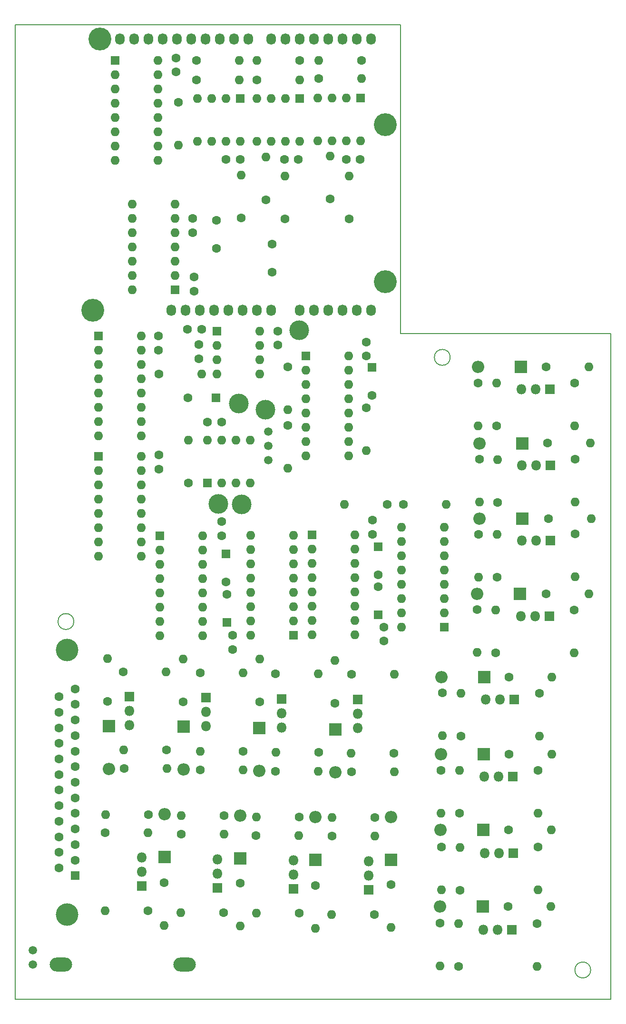
<source format=gbs>
G04 This is an RS-274x file exported by *
G04 gerbv version 2.6.0 *
G04 More information is available about gerbv at *
G04 http://gerbv.gpleda.org/ *
G04 --End of header info--*
%MOIN*%
%FSLAX34Y34*%
%IPPOS*%
G04 --Define apertures--*
%ADD10C,0.0059*%
%ADD11O,0.0680X0.0800*%
%ADD12R,0.0630X0.0630*%
%ADD13O,0.0630X0.0630*%
%ADD14C,0.0630*%
%ADD15C,0.1378*%
%ADD16C,0.1600*%
%ADD17O,0.1575X0.0984*%
%ADD18C,0.1575*%
%ADD19O,0.0866X0.0866*%
%ADD20R,0.0866X0.0866*%
%ADD21R,0.0709X0.0709*%
%ADD22O,0.0709X0.0709*%
%ADD23C,0.0591*%
G04 --Start main section--*
G54D10*
G01X0021423Y-048425D02*
G75*
G03X0021423Y-048425I-000557J0000000D01*
G01X0047801Y-029921D02*
G75*
G03X0047801Y-029921I-000557J0000000D01*
G01X0057643Y-072835D02*
G75*
G03X0057643Y-072835I-000557J0000000D01*
G01X0059055Y-028268D02*
G01X0059055Y-074882D01*
G01X0044331Y-028268D02*
G01X0059055Y-028268D01*
G01X0017323Y-074882D02*
G01X0017323Y-006614D01*
G01X0044331Y-028268D02*
G01X0044331Y-006614D01*
G01X0044331Y-006614D02*
G01X0017323Y-006614D01*
G01X0017323Y-074882D02*
G01X0059055Y-074882D01*
G54D11*
G01X0035243Y-007624D03*
G01X0036243Y-007624D03*
G01X0037243Y-007624D03*
G01X0038243Y-007624D03*
G01X0039243Y-007624D03*
G01X0040243Y-007624D03*
G01X0041243Y-007624D03*
G01X0042243Y-007624D03*
G54D12*
G01X0024331Y-009134D03*
G54D13*
G01X0027331Y-016134D03*
G01X0024331Y-010134D03*
G01X0027331Y-015134D03*
G01X0024331Y-011134D03*
G01X0027331Y-014134D03*
G01X0024331Y-012134D03*
G01X0027331Y-013134D03*
G01X0024331Y-013134D03*
G01X0027331Y-012134D03*
G01X0024331Y-014134D03*
G01X0027331Y-011134D03*
G01X0024331Y-015134D03*
G01X0027331Y-010134D03*
G01X0024331Y-016134D03*
G01X0027331Y-009134D03*
G54D12*
G01X0042756Y-043179D03*
G54D14*
G01X0042756Y-045148D03*
G54D12*
G01X0047390Y-048813D03*
G54D13*
G01X0044390Y-041813D03*
G01X0047390Y-047813D03*
G01X0044390Y-042813D03*
G01X0047390Y-046813D03*
G01X0044390Y-043813D03*
G01X0047390Y-045813D03*
G01X0044390Y-044813D03*
G01X0047390Y-044813D03*
G01X0044390Y-045813D03*
G01X0047390Y-043813D03*
G01X0044390Y-046813D03*
G01X0047390Y-042813D03*
G01X0044390Y-047813D03*
G01X0047390Y-041813D03*
G01X0044390Y-048813D03*
G54D15*
G01X0034862Y-033593D03*
G54D14*
G01X0032096Y-045640D03*
G54D12*
G01X0032096Y-043671D03*
G01X0037243Y-011797D03*
G54D13*
G01X0034243Y-014797D03*
G01X0036243Y-011797D03*
G01X0035243Y-014797D03*
G01X0035243Y-011797D03*
G01X0036243Y-014797D03*
G01X0034243Y-011797D03*
G01X0037243Y-014797D03*
G54D14*
G01X0036181Y-016063D03*
G01X0037165Y-016063D03*
G54D11*
G01X0028243Y-026624D03*
G01X0029243Y-026624D03*
G01X0030243Y-026624D03*
G01X0031243Y-026624D03*
G01X0032243Y-026624D03*
G01X0033243Y-026624D03*
G01X0034243Y-026624D03*
G01X0035243Y-026624D03*
G01X0037243Y-026624D03*
G01X0038243Y-026624D03*
G01X0039243Y-026624D03*
G01X0040243Y-026624D03*
G01X0041243Y-026624D03*
G01X0042243Y-026624D03*
G01X0024643Y-007624D03*
G01X0025643Y-007624D03*
G01X0026643Y-007624D03*
G01X0027643Y-007624D03*
G01X0028643Y-007624D03*
G01X0029643Y-007624D03*
G01X0030643Y-007624D03*
G01X0031643Y-007624D03*
G01X0032643Y-007624D03*
G01X0033643Y-007624D03*
G54D16*
G01X0022743Y-026624D03*
G01X0043243Y-024624D03*
G01X0023243Y-007624D03*
G01X0043243Y-013624D03*
G54D17*
G01X0029193Y-072441D03*
G01X0020531Y-072441D03*
G54D14*
G01X0031417Y-022283D03*
G01X0031417Y-020315D03*
G01X0029843Y-024291D03*
G01X0029843Y-025276D03*
G01X0029764Y-021181D03*
G01X0029764Y-020197D03*
G01X0035318Y-021974D03*
G01X0035318Y-023943D03*
G54D13*
G01X0025504Y-025197D03*
G01X0028504Y-019197D03*
G01X0025504Y-024197D03*
G01X0028504Y-020197D03*
G01X0025504Y-023197D03*
G01X0028504Y-021197D03*
G01X0025504Y-022197D03*
G01X0028504Y-022197D03*
G01X0025504Y-021197D03*
G01X0028504Y-023197D03*
G01X0025504Y-020197D03*
G01X0028504Y-024197D03*
G01X0025504Y-019197D03*
G54D12*
G01X0028504Y-025197D03*
G54D14*
G01X0041496Y-016063D03*
G01X0040512Y-016063D03*
G01X0032087Y-016063D03*
G01X0033071Y-016063D03*
G54D13*
G01X0026159Y-028429D03*
G01X0023159Y-035429D03*
G01X0026159Y-029429D03*
G01X0023159Y-034429D03*
G01X0026159Y-030429D03*
G01X0023159Y-033429D03*
G01X0026159Y-031429D03*
G01X0023159Y-032429D03*
G01X0026159Y-032429D03*
G01X0023159Y-031429D03*
G01X0026159Y-033429D03*
G01X0023159Y-030429D03*
G01X0026159Y-034429D03*
G01X0023159Y-029429D03*
G01X0026159Y-035429D03*
G54D12*
G01X0023159Y-028429D03*
G01X0023141Y-036837D03*
G54D13*
G01X0026141Y-043837D03*
G01X0023141Y-037837D03*
G01X0026141Y-042837D03*
G01X0023141Y-038837D03*
G01X0026141Y-041837D03*
G01X0023141Y-039837D03*
G01X0026141Y-040837D03*
G01X0023141Y-040837D03*
G01X0026141Y-039837D03*
G01X0023141Y-041837D03*
G01X0026141Y-038837D03*
G01X0023141Y-042837D03*
G01X0026141Y-037837D03*
G01X0023141Y-043837D03*
G01X0026141Y-036837D03*
G54D12*
G01X0041504Y-011768D03*
G54D13*
G01X0038504Y-014768D03*
G01X0040504Y-011768D03*
G01X0039504Y-014768D03*
G01X0039504Y-011768D03*
G01X0040504Y-014768D03*
G01X0038504Y-011768D03*
G01X0041504Y-014768D03*
G54D12*
G01X0033070Y-011797D03*
G54D13*
G01X0030070Y-014797D03*
G01X0032070Y-011797D03*
G01X0031070Y-014797D03*
G01X0031070Y-011797D03*
G01X0032070Y-014797D03*
G01X0030070Y-011797D03*
G01X0033070Y-014797D03*
G54D18*
G01X0020957Y-068959D03*
G01X0020957Y-050415D03*
G54D14*
G01X0020398Y-053689D03*
G01X0020398Y-054780D03*
G01X0020398Y-055870D03*
G01X0020398Y-056961D03*
G01X0020398Y-058051D03*
G01X0020398Y-059142D03*
G01X0020398Y-060232D03*
G01X0020398Y-061323D03*
G01X0020398Y-062413D03*
G01X0020398Y-063504D03*
G01X0020398Y-064594D03*
G01X0020398Y-065685D03*
G01X0021516Y-053144D03*
G01X0021516Y-054234D03*
G01X0021516Y-055325D03*
G01X0021516Y-056415D03*
G01X0021516Y-057506D03*
G01X0021516Y-058596D03*
G01X0021516Y-059687D03*
G01X0021516Y-060778D03*
G01X0021516Y-061868D03*
G01X0021516Y-062959D03*
G01X0021516Y-064049D03*
G01X0021516Y-065140D03*
G54D12*
G01X0021516Y-066230D03*
G54D14*
G01X0041929Y-028848D03*
G01X0041929Y-029833D03*
G01X0042323Y-032589D03*
G54D12*
G01X0042323Y-030620D03*
G54D14*
G01X0043138Y-048813D03*
G01X0043138Y-049797D03*
G01X0032539Y-049400D03*
G01X0032539Y-050384D03*
G01X0042362Y-041329D03*
G01X0042362Y-042313D03*
G01X0031781Y-041427D03*
G01X0031781Y-042411D03*
G54D12*
G01X0042746Y-047953D03*
G54D14*
G01X0042746Y-045984D03*
G01X0032163Y-046528D03*
G54D12*
G01X0032163Y-048497D03*
G54D14*
G01X0030787Y-034459D03*
G01X0031772Y-034459D03*
G54D12*
G01X0031398Y-032766D03*
G54D14*
G01X0029429Y-032766D03*
G01X0030177Y-030010D03*
G01X0030177Y-029026D03*
G01X0030374Y-027953D03*
G01X0029390Y-027953D03*
G01X0035709Y-029055D03*
G01X0035709Y-028071D03*
G01X0027332Y-028429D03*
G01X0027332Y-029414D03*
G01X0027393Y-037742D03*
G01X0027393Y-036758D03*
G01X0028583Y-009921D03*
G01X0028583Y-008937D03*
G54D19*
G01X0029111Y-058803D03*
G54D20*
G01X0029111Y-055803D03*
G01X0039740Y-055982D03*
G54D19*
G01X0039740Y-058982D03*
G01X0038365Y-062109D03*
G54D20*
G01X0038365Y-065109D03*
G54D19*
G01X0027774Y-061913D03*
G54D20*
G01X0027774Y-064913D03*
G54D19*
G01X0047140Y-057706D03*
G54D20*
G01X0050140Y-057706D03*
G01X0052690Y-046480D03*
G54D19*
G01X0049690Y-046480D03*
G01X0034420Y-058898D03*
G54D20*
G01X0034420Y-055898D03*
G54D19*
G01X0043654Y-062114D03*
G54D20*
G01X0043654Y-065114D03*
G01X0033069Y-065010D03*
G54D19*
G01X0033069Y-062010D03*
G54D20*
G01X0050167Y-052326D03*
G54D19*
G01X0047167Y-052326D03*
G54D20*
G01X0050104Y-063035D03*
G54D19*
G01X0047104Y-063035D03*
G01X0049743Y-030599D03*
G54D20*
G01X0052743Y-030599D03*
G01X0052844Y-041222D03*
G54D19*
G01X0049844Y-041222D03*
G54D20*
G01X0023871Y-055737D03*
G54D19*
G01X0023871Y-058737D03*
G54D20*
G01X0052837Y-035946D03*
G54D19*
G01X0049837Y-035946D03*
G54D20*
G01X0050088Y-068402D03*
G54D19*
G01X0047088Y-068402D03*
G54D21*
G01X0030687Y-053765D03*
G54D22*
G01X0030687Y-054765D03*
G01X0030687Y-055765D03*
G01X0041307Y-055880D03*
G01X0041307Y-054880D03*
G54D21*
G01X0041307Y-053880D03*
G01X0036813Y-067139D03*
G54D22*
G01X0036813Y-066139D03*
G01X0036813Y-065139D03*
G01X0026187Y-064946D03*
G01X0026187Y-065946D03*
G54D21*
G01X0026187Y-066946D03*
G54D22*
G01X0050189Y-059286D03*
G01X0051189Y-059286D03*
G54D21*
G01X0052189Y-059286D03*
G54D22*
G01X0052755Y-048055D03*
G01X0053755Y-048055D03*
G54D21*
G01X0054755Y-048055D03*
G01X0035984Y-053844D03*
G54D22*
G01X0035984Y-054844D03*
G01X0035984Y-055844D03*
G01X0042070Y-065218D03*
G01X0042070Y-066218D03*
G54D21*
G01X0042070Y-067218D03*
G01X0031493Y-067071D03*
G54D22*
G01X0031493Y-066071D03*
G01X0031493Y-065071D03*
G54D21*
G01X0052289Y-053893D03*
G54D22*
G01X0051289Y-053893D03*
G01X0050289Y-053893D03*
G54D21*
G01X0052226Y-064661D03*
G54D22*
G01X0051226Y-064661D03*
G01X0050226Y-064661D03*
G01X0052766Y-032146D03*
G01X0053766Y-032146D03*
G54D21*
G01X0054766Y-032146D03*
G54D22*
G01X0052799Y-042739D03*
G01X0053799Y-042739D03*
G54D21*
G01X0054799Y-042739D03*
G01X0025328Y-053689D03*
G54D22*
G01X0025328Y-054689D03*
G01X0025328Y-055689D03*
G01X0052828Y-037494D03*
G01X0053828Y-037494D03*
G54D21*
G01X0054828Y-037494D03*
G54D22*
G01X0050131Y-070008D03*
G01X0051131Y-070008D03*
G54D21*
G01X0052131Y-070008D03*
G54D14*
G01X0036417Y-034695D03*
G54D13*
G01X0036417Y-037695D03*
G01X0041929Y-036455D03*
G54D14*
G01X0041929Y-033455D03*
G01X0036417Y-030581D03*
G54D13*
G01X0036417Y-033581D03*
G54D14*
G01X0044508Y-040217D03*
G54D13*
G01X0047508Y-040217D03*
G01X0040376Y-040226D03*
G54D14*
G01X0043376Y-040226D03*
G01X0029449Y-038711D03*
G54D13*
G01X0029449Y-035711D03*
G54D14*
G01X0027392Y-031093D03*
G54D13*
G01X0030392Y-031093D03*
G54D14*
G01X0029091Y-054051D03*
G54D13*
G01X0029091Y-051051D03*
G01X0033273Y-052004D03*
G54D14*
G01X0030273Y-052004D03*
G01X0030273Y-058815D03*
G54D13*
G01X0033273Y-058815D03*
G01X0030284Y-057515D03*
G54D14*
G01X0033284Y-057515D03*
G54D13*
G01X0039728Y-051141D03*
G54D14*
G01X0039728Y-054141D03*
G54D13*
G01X0043889Y-052133D03*
G54D14*
G01X0040889Y-052133D03*
G54D13*
G01X0043869Y-058964D03*
G54D14*
G01X0040869Y-058964D03*
G01X0043861Y-057645D03*
G54D13*
G01X0040861Y-057645D03*
G54D14*
G01X0038345Y-066920D03*
G54D13*
G01X0038345Y-069920D03*
G01X0034223Y-068869D03*
G54D14*
G01X0037223Y-068869D03*
G01X0037223Y-062117D03*
G54D13*
G01X0034223Y-062117D03*
G01X0037192Y-063417D03*
G54D14*
G01X0034192Y-063417D03*
G54D13*
G01X0027735Y-069704D03*
G54D14*
G01X0027735Y-066704D03*
G01X0026613Y-068672D03*
G54D13*
G01X0023613Y-068672D03*
G54D14*
G01X0026633Y-061940D03*
G54D13*
G01X0023633Y-061940D03*
G01X0026601Y-063220D03*
G54D14*
G01X0023601Y-063220D03*
G01X0051931Y-057706D03*
G54D13*
G01X0054931Y-057706D03*
G01X0053939Y-061868D03*
G54D14*
G01X0053939Y-058868D03*
G01X0047148Y-058848D03*
G54D13*
G01X0047148Y-061848D03*
G54D14*
G01X0048447Y-061860D03*
G54D13*
G01X0048447Y-058860D03*
G01X0057501Y-046480D03*
G54D14*
G01X0054501Y-046480D03*
G01X0056470Y-047621D03*
G54D13*
G01X0056470Y-050621D03*
G54D14*
G01X0049698Y-047602D03*
G54D13*
G01X0049698Y-050602D03*
G01X0050997Y-047613D03*
G54D14*
G01X0050997Y-050613D03*
G54D13*
G01X0034440Y-051067D03*
G54D14*
G01X0034440Y-054067D03*
G01X0035562Y-052098D03*
G54D13*
G01X0038562Y-052098D03*
G54D14*
G01X0035562Y-058909D03*
G54D13*
G01X0038562Y-058909D03*
G01X0035574Y-057591D03*
G54D14*
G01X0038574Y-057591D03*
G54D13*
G01X0043654Y-069866D03*
G54D14*
G01X0043654Y-066866D03*
G01X0042492Y-068952D03*
G54D13*
G01X0039492Y-068952D03*
G54D14*
G01X0042531Y-062141D03*
G54D13*
G01X0039531Y-062141D03*
G54D14*
G01X0039520Y-063441D03*
G54D13*
G01X0042520Y-063441D03*
G01X0033069Y-069762D03*
G54D14*
G01X0033069Y-066762D03*
G01X0031927Y-068829D03*
G54D13*
G01X0028927Y-068829D03*
G01X0028947Y-062018D03*
G54D14*
G01X0031947Y-062018D03*
G01X0028935Y-063317D03*
G54D13*
G01X0031935Y-063317D03*
G01X0054925Y-052309D03*
G54D14*
G01X0051925Y-052309D03*
G01X0054051Y-053451D03*
G54D13*
G01X0054051Y-056451D03*
G01X0047240Y-056431D03*
G54D14*
G01X0047240Y-053431D03*
G54D13*
G01X0048539Y-053463D03*
G54D14*
G01X0048539Y-056463D03*
G01X0051866Y-063006D03*
G54D13*
G01X0054866Y-063006D03*
G54D14*
G01X0053952Y-064227D03*
G54D13*
G01X0053952Y-067227D03*
G54D14*
G01X0047181Y-064227D03*
G54D13*
G01X0047181Y-067227D03*
G01X0048480Y-064239D03*
G54D14*
G01X0048480Y-067239D03*
G54D13*
G01X0057516Y-030582D03*
G54D14*
G01X0054516Y-030582D03*
G01X0056504Y-031724D03*
G54D13*
G01X0056504Y-034724D03*
G54D14*
G01X0049752Y-031704D03*
G54D13*
G01X0049752Y-034704D03*
G01X0051032Y-031716D03*
G54D14*
G01X0051032Y-034716D03*
G01X0054695Y-041222D03*
G54D13*
G01X0057695Y-041222D03*
G01X0056545Y-045285D03*
G54D14*
G01X0056545Y-042285D03*
G54D13*
G01X0049774Y-045325D03*
G54D14*
G01X0049774Y-042325D03*
G01X0051073Y-045317D03*
G54D13*
G01X0051073Y-042317D03*
G54D14*
G01X0023792Y-054004D03*
G54D13*
G01X0023792Y-051004D03*
G01X0027895Y-051957D03*
G54D14*
G01X0024895Y-051957D03*
G01X0024934Y-058729D03*
G54D13*
G01X0027934Y-058729D03*
G01X0024926Y-057430D03*
G54D14*
G01X0027926Y-057430D03*
G54D13*
G01X0057629Y-035907D03*
G54D14*
G01X0054629Y-035907D03*
G01X0056558Y-037068D03*
G54D13*
G01X0056558Y-040068D03*
G54D14*
G01X0049845Y-037068D03*
G54D13*
G01X0049845Y-040068D03*
G01X0051105Y-037080D03*
G54D14*
G01X0051105Y-040080D03*
G01X0051862Y-068374D03*
G54D13*
G01X0054862Y-068374D03*
G01X0053870Y-072574D03*
G54D14*
G01X0053870Y-069574D03*
G54D13*
G01X0047098Y-072555D03*
G54D14*
G01X0047098Y-069555D03*
G01X0048397Y-072586D03*
G54D13*
G01X0048397Y-069586D03*
G01X0038575Y-009134D03*
G54D14*
G01X0041575Y-009134D03*
G01X0038583Y-010394D03*
G54D13*
G01X0041583Y-010394D03*
G54D14*
G01X0040709Y-020236D03*
G54D13*
G01X0040709Y-017236D03*
G01X0039370Y-015819D03*
G54D14*
G01X0039370Y-018819D03*
G54D13*
G01X0034244Y-009134D03*
G54D14*
G01X0037244Y-009134D03*
G01X0034252Y-010472D03*
G54D13*
G01X0037252Y-010472D03*
G54D14*
G01X0036220Y-020236D03*
G54D13*
G01X0036220Y-017236D03*
G01X0034882Y-015898D03*
G54D14*
G01X0034882Y-018898D03*
G54D13*
G01X0033000Y-009134D03*
G54D14*
G01X0030000Y-009134D03*
G01X0030000Y-010472D03*
G54D13*
G01X0033000Y-010472D03*
G54D14*
G01X0033150Y-020157D03*
G54D13*
G01X0033150Y-017157D03*
G01X0028740Y-015047D03*
G54D14*
G01X0028740Y-012047D03*
G54D13*
G01X0040677Y-029833D03*
G01X0037677Y-036833D03*
G01X0040677Y-030833D03*
G01X0037677Y-035833D03*
G01X0040677Y-031833D03*
G01X0037677Y-034833D03*
G01X0040677Y-032833D03*
G01X0037677Y-033833D03*
G01X0040677Y-033833D03*
G01X0037677Y-032833D03*
G01X0040677Y-034833D03*
G01X0037677Y-031833D03*
G01X0040677Y-035833D03*
G01X0037677Y-030833D03*
G01X0040677Y-036833D03*
G54D12*
G01X0037677Y-029833D03*
G54D13*
G01X0030451Y-042411D03*
G01X0027451Y-049411D03*
G01X0030451Y-043411D03*
G01X0027451Y-048411D03*
G01X0030451Y-044411D03*
G01X0027451Y-047411D03*
G01X0030451Y-045411D03*
G01X0027451Y-046411D03*
G01X0030451Y-046411D03*
G01X0027451Y-045411D03*
G01X0030451Y-047411D03*
G01X0027451Y-044411D03*
G01X0030451Y-048411D03*
G01X0027451Y-043411D03*
G01X0030451Y-049411D03*
G54D12*
G01X0027451Y-042411D03*
G54D13*
G01X0033821Y-049380D03*
G01X0036821Y-042380D03*
G01X0033821Y-048380D03*
G01X0036821Y-043380D03*
G01X0033821Y-047380D03*
G01X0036821Y-044380D03*
G01X0033821Y-046380D03*
G01X0036821Y-045380D03*
G01X0033821Y-045380D03*
G01X0036821Y-046380D03*
G01X0033821Y-044380D03*
G01X0036821Y-047380D03*
G01X0033821Y-043380D03*
G01X0036821Y-048380D03*
G01X0033821Y-042380D03*
G54D12*
G01X0036821Y-049380D03*
G01X0038110Y-042347D03*
G54D13*
G01X0041110Y-049347D03*
G01X0038110Y-043347D03*
G01X0041110Y-048347D03*
G01X0038110Y-044347D03*
G01X0041110Y-047347D03*
G01X0038110Y-045347D03*
G01X0041110Y-046347D03*
G01X0038110Y-046347D03*
G01X0041110Y-045347D03*
G01X0038110Y-047347D03*
G01X0041110Y-044347D03*
G01X0038110Y-048347D03*
G01X0041110Y-043347D03*
G01X0038110Y-049347D03*
G01X0041110Y-042347D03*
G54D12*
G01X0030787Y-038711D03*
G54D13*
G01X0033787Y-035711D03*
G01X0031787Y-038711D03*
G01X0032787Y-035711D03*
G01X0032787Y-038711D03*
G01X0031787Y-035711D03*
G01X0033787Y-038711D03*
G01X0030787Y-035711D03*
G01X0034437Y-028091D03*
G01X0031437Y-031091D03*
G01X0034437Y-029091D03*
G01X0031437Y-030091D03*
G01X0034437Y-030091D03*
G01X0031437Y-029091D03*
G01X0034437Y-031091D03*
G54D12*
G01X0031437Y-028091D03*
G54D15*
G01X0031535Y-040187D03*
G01X0033169Y-040207D03*
G01X0032972Y-033140D03*
G01X0037224Y-028012D03*
G54D23*
G01X0035059Y-037112D03*
G01X0035059Y-036112D03*
G01X0035059Y-035112D03*
G01X0018553Y-071459D03*
G01X0018553Y-072459D03*
M02*

</source>
